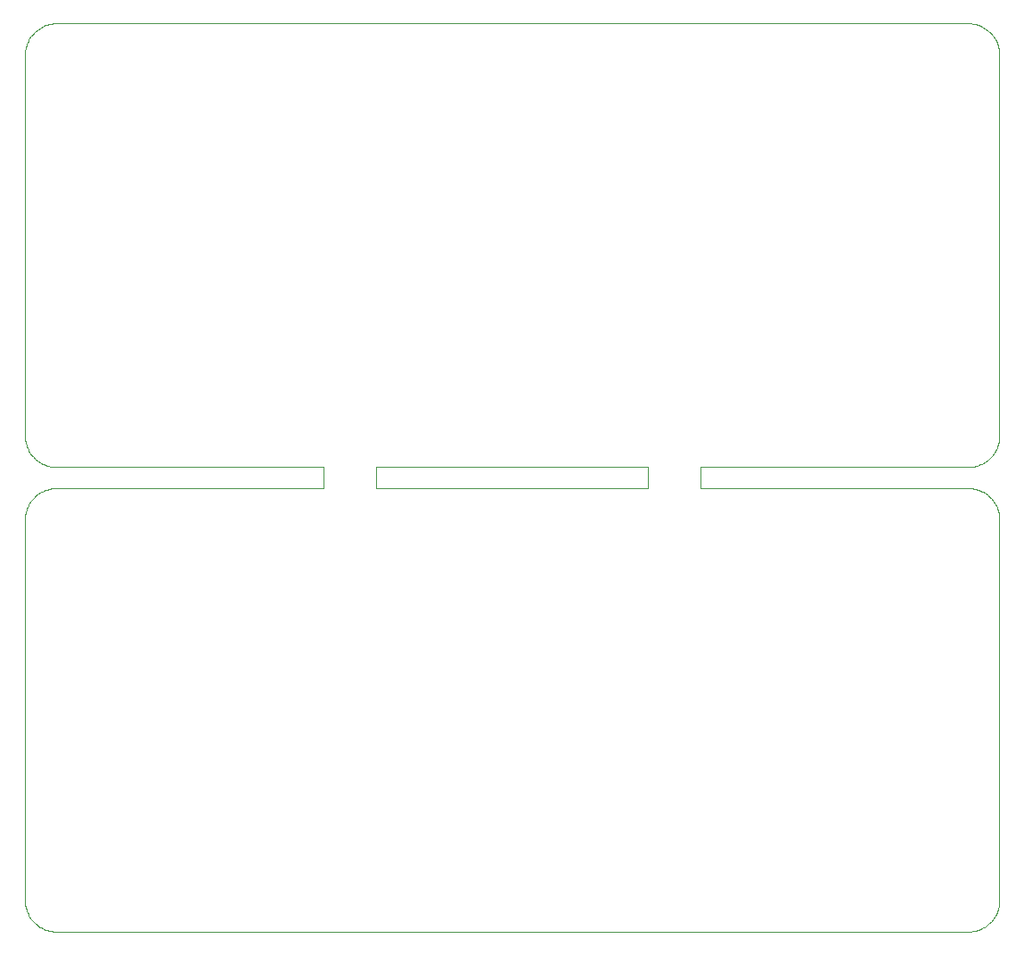
<source format=gbr>
%TF.GenerationSoftware,KiCad,Pcbnew,7.0.2*%
%TF.CreationDate,2023-08-12T01:48:42+09:00*%
%TF.ProjectId,Pmod_Matrix256,506d6f64-5f4d-4617-9472-69783235362e,rev?*%
%TF.SameCoordinates,Original*%
%TF.FileFunction,Profile,NP*%
%FSLAX46Y46*%
G04 Gerber Fmt 4.6, Leading zero omitted, Abs format (unit mm)*
G04 Created by KiCad (PCBNEW 7.0.2) date 2023-08-12 01:48:42*
%MOMM*%
%LPD*%
G01*
G04 APERTURE LIST*
%TA.AperFunction,Profile*%
%ADD10C,0.100000*%
%TD*%
G04 APERTURE END LIST*
D10*
X194776107Y-103631504D02*
X194787649Y-103479947D01*
X102746209Y-21286195D02*
X102662567Y-21413107D01*
X102836172Y-65327682D02*
X102746209Y-65450195D01*
X194067774Y-105282117D02*
X194163827Y-105164317D01*
X194163827Y-65327682D02*
X194067774Y-65209882D01*
X194163827Y-61000317D02*
X194253790Y-60877804D01*
X194484913Y-21678817D02*
X194414539Y-21544094D01*
X135569500Y-62164000D02*
X135569500Y-62164000D01*
X103141599Y-64989621D02*
X103034121Y-65097099D01*
X102243095Y-103782283D02*
X102269910Y-103931895D01*
X194548373Y-21816932D02*
X194484913Y-21678817D01*
X194730089Y-59767895D02*
X194756904Y-59618283D01*
X194756904Y-103782283D02*
X194776107Y-103631504D01*
X166430500Y-62164000D02*
X191791500Y-62164000D01*
X194776107Y-59467504D02*
X194787649Y-59315947D01*
X102585460Y-60619905D02*
X102662567Y-60750892D01*
X102836172Y-21163682D02*
X102746209Y-21286195D01*
X104456542Y-20095768D02*
X104310410Y-20137582D01*
X194163827Y-105164317D02*
X194253790Y-105041804D01*
X104025432Y-64407126D02*
X103887317Y-64470586D01*
X192095004Y-106312607D02*
X192245783Y-106293404D01*
X104166584Y-20186743D02*
X104025432Y-20243126D01*
X194653917Y-66265910D02*
X194604756Y-66122084D01*
X104025432Y-20243126D02*
X103887317Y-20306586D01*
X103372182Y-64791672D02*
X103254382Y-64887725D01*
X102515086Y-65842817D02*
X102451626Y-65980932D01*
X102208500Y-23000000D02*
X102208500Y-59164000D01*
X194791500Y-59164000D02*
X194791500Y-23000000D01*
X103141599Y-105502378D02*
X103254382Y-105604274D01*
X102836172Y-105164317D02*
X102932225Y-105282117D01*
X130569500Y-64164000D02*
X105208500Y-64164000D01*
X102208500Y-59164000D02*
X102212350Y-59315947D01*
X104166584Y-106141256D02*
X104310410Y-106190417D01*
X194604756Y-104369915D02*
X194653917Y-104226089D01*
X192689589Y-62026417D02*
X192833415Y-61977256D01*
X102304268Y-22248042D02*
X102269910Y-22396104D01*
X103752594Y-64540960D02*
X103621607Y-64618067D01*
X194791500Y-67164000D02*
X194787649Y-67012052D01*
X194695731Y-59915957D02*
X194730089Y-59767895D01*
X103494695Y-61626290D02*
X103621607Y-61709932D01*
X194337432Y-65577107D02*
X194253790Y-65450195D01*
X194776107Y-66860495D02*
X194756904Y-66709716D01*
X194756904Y-66709716D02*
X194730089Y-66560104D01*
X192095004Y-64179392D02*
X191943447Y-64167850D01*
X104904995Y-106312607D02*
X105056552Y-106324149D01*
X102223892Y-66860495D02*
X102212350Y-67012052D01*
X104904995Y-20015392D02*
X104754216Y-20034595D01*
X102662567Y-60750892D02*
X102746209Y-60877804D01*
X194163827Y-21163682D02*
X194067774Y-21045882D01*
X191943447Y-106324149D02*
X192095004Y-106312607D01*
X102346082Y-104226089D02*
X102395243Y-104369915D01*
X192095004Y-20015392D02*
X191943447Y-20003850D01*
X105208500Y-106328000D02*
X191791500Y-106328000D01*
X194414539Y-65708094D02*
X194337432Y-65577107D01*
X104754216Y-62129404D02*
X104904995Y-62148607D01*
X104604604Y-64225410D02*
X104456542Y-64259768D01*
X105056552Y-62160149D02*
X105208500Y-62164000D01*
X192245783Y-62129404D02*
X192395395Y-62102589D01*
X102932225Y-61118117D02*
X103034121Y-61230900D01*
X102269910Y-59767895D02*
X102304268Y-59915957D01*
X102346082Y-22101910D02*
X102304268Y-22248042D01*
X193505304Y-64701709D02*
X193378392Y-64618067D01*
X193745617Y-105604274D02*
X193858400Y-105502378D01*
X161430500Y-63164000D02*
X161430500Y-64164000D01*
X194787649Y-22848052D02*
X194776107Y-22696495D01*
X194791500Y-103328000D02*
X194791500Y-67164000D01*
X102746209Y-65450195D02*
X102662567Y-65577107D01*
X193627817Y-105700327D02*
X193745617Y-105604274D01*
X194337432Y-104914892D02*
X194414539Y-104783905D01*
X103254382Y-61440274D02*
X103372182Y-61536327D01*
X194253790Y-105041804D02*
X194337432Y-104914892D01*
X104754216Y-64198595D02*
X104604604Y-64225410D01*
X104754216Y-106293404D02*
X104904995Y-106312607D01*
X192833415Y-106141256D02*
X192974567Y-106084873D01*
X192395395Y-106266589D02*
X192543457Y-106232231D01*
X135569500Y-63164000D02*
X135569500Y-62164000D01*
X192543457Y-20095768D02*
X192395395Y-20061410D01*
X194776107Y-22696495D02*
X194756904Y-22545716D01*
X192689589Y-20137582D02*
X192543457Y-20095768D01*
X192689589Y-106190417D02*
X192833415Y-106141256D01*
X194548373Y-104511067D02*
X194604756Y-104369915D01*
X191943447Y-20003850D02*
X191791500Y-20000000D01*
X102346082Y-66265910D02*
X102304268Y-66412042D01*
X192974567Y-20243126D02*
X192833415Y-20186743D01*
X194791500Y-23000000D02*
X194787649Y-22848052D01*
X103494695Y-64701709D02*
X103372182Y-64791672D01*
X103372182Y-20627672D02*
X103254382Y-20723725D01*
X194604756Y-21958084D02*
X194548373Y-21816932D01*
X191791500Y-62164000D02*
X191943447Y-62160149D01*
X102223892Y-103631504D02*
X102243095Y-103782283D01*
X194414539Y-104783905D02*
X194484913Y-104649182D01*
X194653917Y-104226089D02*
X194695731Y-104079957D01*
X104604604Y-62102589D02*
X104754216Y-62129404D01*
X103141599Y-61338378D02*
X103254382Y-61440274D01*
X102395243Y-60205915D02*
X102451626Y-60347067D01*
X103254382Y-105604274D02*
X103372182Y-105700327D01*
X103621607Y-61709932D02*
X103752594Y-61787039D01*
X194484913Y-104649182D02*
X194548373Y-104511067D01*
X103254382Y-20723725D02*
X103141599Y-20825621D01*
X102223892Y-22696495D02*
X102212350Y-22848052D01*
X192833415Y-64350743D02*
X192689589Y-64301582D01*
X104904995Y-62148607D02*
X105056552Y-62160149D01*
X104166584Y-61977256D02*
X104310410Y-62026417D01*
X166430500Y-64164000D02*
X166430500Y-63164000D01*
X102243095Y-22545716D02*
X102223892Y-22696495D01*
X194730089Y-22396104D02*
X194695731Y-22248042D01*
X194756904Y-59618283D02*
X194776107Y-59467504D01*
X103254382Y-64887725D02*
X103141599Y-64989621D01*
X192974567Y-106084873D02*
X193112682Y-106021413D01*
X103887317Y-64470586D02*
X103752594Y-64540960D01*
X102451626Y-21816932D02*
X102395243Y-21958084D01*
X102212350Y-59315947D02*
X102223892Y-59467504D01*
X103494695Y-105790290D02*
X103621607Y-105873932D01*
X193627817Y-61536327D02*
X193745617Y-61440274D01*
X194548373Y-60347067D02*
X194604756Y-60205915D01*
X193378392Y-64618067D02*
X193247405Y-64540960D01*
X103372182Y-61536327D02*
X103494695Y-61626290D01*
X102395243Y-104369915D02*
X102451626Y-104511067D01*
X194695731Y-104079957D02*
X194730089Y-103931895D01*
X102746209Y-105041804D02*
X102836172Y-105164317D01*
X103494695Y-20537709D02*
X103372182Y-20627672D01*
X193627817Y-64791672D02*
X193505304Y-64701709D01*
X102662567Y-65577107D02*
X102585460Y-65708094D01*
X102585460Y-65708094D02*
X102515086Y-65842817D01*
X193247405Y-61787039D02*
X193378392Y-61709932D01*
X194787649Y-103479947D02*
X194791500Y-103328000D01*
X194604756Y-66122084D02*
X194548373Y-65980932D01*
X104904995Y-64179392D02*
X104754216Y-64198595D01*
X194604756Y-60205915D02*
X194653917Y-60062089D01*
X105056552Y-64167850D02*
X104904995Y-64179392D01*
X104310410Y-20137582D02*
X104166584Y-20186743D01*
X102932225Y-105282117D02*
X103034121Y-105394900D01*
X194067774Y-61118117D02*
X194163827Y-61000317D01*
X102208500Y-103328000D02*
X102212350Y-103479947D01*
X194414539Y-60619905D02*
X194484913Y-60485182D01*
X103752594Y-105951039D02*
X103887317Y-106021413D01*
X193112682Y-64470586D02*
X192974567Y-64407126D01*
X194067774Y-21045882D02*
X193965878Y-20933099D01*
X103621607Y-64618067D02*
X103494695Y-64701709D01*
X102395243Y-21958084D02*
X102346082Y-22101910D01*
X192395395Y-64225410D02*
X192245783Y-64198595D01*
X105056552Y-20003850D02*
X104904995Y-20015392D01*
X102662567Y-21413107D02*
X102585460Y-21544094D01*
X192833415Y-61977256D02*
X192974567Y-61920873D01*
X104604604Y-20061410D02*
X104456542Y-20095768D01*
X105208500Y-20000000D02*
X105056552Y-20003850D01*
X193627817Y-20627672D02*
X193505304Y-20537709D01*
X135569500Y-62164000D02*
X161430500Y-62164000D01*
X166430500Y-63164000D02*
X166430500Y-62164000D01*
X193858400Y-61338378D02*
X193965878Y-61230900D01*
X102304268Y-104079957D02*
X102346082Y-104226089D01*
X161430500Y-62164000D02*
X161430500Y-63164000D01*
X193745617Y-64887725D02*
X193627817Y-64791672D01*
X193378392Y-61709932D02*
X193505304Y-61626290D01*
X103621607Y-105873932D02*
X103752594Y-105951039D01*
X103621607Y-20454067D02*
X103494695Y-20537709D01*
X102746209Y-60877804D02*
X102836172Y-61000317D01*
X102243095Y-66709716D02*
X102223892Y-66860495D01*
X194653917Y-22101910D02*
X194604756Y-21958084D01*
X194484913Y-65842817D02*
X194414539Y-65708094D01*
X103141599Y-20825621D02*
X103034121Y-20933099D01*
X102304268Y-66412042D02*
X102269910Y-66560104D01*
X104166584Y-64350743D02*
X104025432Y-64407126D01*
X103887317Y-20306586D02*
X103752594Y-20376960D01*
X104604604Y-106266589D02*
X104754216Y-106293404D01*
X102212350Y-67012052D02*
X102208500Y-67164000D01*
X192245783Y-20034595D02*
X192095004Y-20015392D01*
X102585460Y-104783905D02*
X102662567Y-104914892D01*
X104456542Y-106232231D02*
X104604604Y-106266589D01*
X104456542Y-64259768D02*
X104310410Y-64301582D01*
X194337432Y-60750892D02*
X194414539Y-60619905D01*
X102212350Y-22848052D02*
X102208500Y-23000000D01*
X104310410Y-64301582D02*
X104166584Y-64350743D01*
X192543457Y-106232231D02*
X192689589Y-106190417D01*
X192095004Y-62148607D02*
X192245783Y-62129404D01*
X102451626Y-65980932D02*
X102395243Y-66122084D01*
X102212350Y-103479947D02*
X102223892Y-103631504D01*
X104025432Y-106084873D02*
X104166584Y-106141256D01*
X193965878Y-105394900D02*
X194067774Y-105282117D01*
X192245783Y-64198595D02*
X192095004Y-64179392D01*
X105056552Y-106324149D02*
X105208500Y-106328000D01*
X194337432Y-21413107D02*
X194253790Y-21286195D01*
X193378392Y-20454067D02*
X193247405Y-20376960D01*
X192395395Y-62102589D02*
X192543457Y-62068231D01*
X191791500Y-106328000D02*
X191943447Y-106324149D01*
X193505304Y-20537709D02*
X193378392Y-20454067D01*
X103034121Y-20933099D02*
X102932225Y-21045882D01*
X193745617Y-61440274D02*
X193858400Y-61338378D01*
X103887317Y-61857413D02*
X104025432Y-61920873D01*
X193965878Y-61230900D02*
X194067774Y-61118117D01*
X102243095Y-59618283D02*
X102269910Y-59767895D01*
X104310410Y-106190417D02*
X104456542Y-106232231D01*
X102269910Y-22396104D02*
X102243095Y-22545716D01*
X193378392Y-105873932D02*
X193505304Y-105790290D01*
X103752594Y-20376960D02*
X103621607Y-20454067D01*
X130569500Y-62164000D02*
X130569500Y-63164000D01*
X104310410Y-62026417D02*
X104456542Y-62068231D01*
X193745617Y-20723725D02*
X193627817Y-20627672D01*
X103887317Y-106021413D02*
X104025432Y-106084873D01*
X102932225Y-65209882D02*
X102836172Y-65327682D01*
X194787649Y-67012052D02*
X194776107Y-66860495D01*
X192395395Y-20061410D02*
X192245783Y-20034595D01*
X194653917Y-60062089D02*
X194695731Y-59915957D01*
X192689589Y-64301582D02*
X192543457Y-64259768D01*
X194548373Y-65980932D02*
X194484913Y-65842817D01*
X194253790Y-65450195D02*
X194163827Y-65327682D01*
X102304268Y-59915957D02*
X102346082Y-60062089D01*
X192543457Y-64259768D02*
X192395395Y-64225410D01*
X194787649Y-59315947D02*
X194791500Y-59164000D01*
X102451626Y-104511067D02*
X102515086Y-104649182D01*
X194253790Y-60877804D02*
X194337432Y-60750892D01*
X193858400Y-105502378D02*
X193965878Y-105394900D01*
X102515086Y-60485182D02*
X102585460Y-60619905D01*
X102269910Y-103931895D02*
X102304268Y-104079957D01*
X191791500Y-20000000D02*
X105208500Y-20000000D01*
X102269910Y-66560104D02*
X102243095Y-66709716D01*
X193247405Y-64540960D02*
X193112682Y-64470586D01*
X130569500Y-63164000D02*
X130569500Y-64164000D01*
X103034121Y-61230900D02*
X103141599Y-61338378D01*
X102932225Y-21045882D02*
X102836172Y-21163682D01*
X192245783Y-106293404D02*
X192395395Y-106266589D01*
X102662567Y-104914892D02*
X102746209Y-105041804D01*
X193505304Y-105790290D02*
X193627817Y-105700327D01*
X194730089Y-103931895D02*
X194756904Y-103782283D01*
X194695731Y-22248042D02*
X194653917Y-22101910D01*
X102515086Y-104649182D02*
X102585460Y-104783905D01*
X104754216Y-20034595D02*
X104604604Y-20061410D01*
X102208500Y-67164000D02*
X102208500Y-103328000D01*
X102451626Y-60347067D02*
X102515086Y-60485182D01*
X193965878Y-65097099D02*
X193858400Y-64989621D01*
X194730089Y-66560104D02*
X194695731Y-66412042D01*
X193112682Y-61857413D02*
X193247405Y-61787039D01*
X102836172Y-61000317D02*
X102932225Y-61118117D01*
X135569500Y-64164000D02*
X135569500Y-63164000D01*
X193112682Y-20306586D02*
X192974567Y-20243126D01*
X191943447Y-64167850D02*
X191791500Y-64164000D01*
X193505304Y-61626290D02*
X193627817Y-61536327D01*
X103752594Y-61787039D02*
X103887317Y-61857413D01*
X194756904Y-22545716D02*
X194730089Y-22396104D01*
X193247405Y-20376960D02*
X193112682Y-20306586D01*
X102346082Y-60062089D02*
X102395243Y-60205915D01*
X194695731Y-66412042D02*
X194653917Y-66265910D01*
X102395243Y-66122084D02*
X102346082Y-66265910D01*
X161430500Y-64164000D02*
X135569500Y-64164000D01*
X192974567Y-64407126D02*
X192833415Y-64350743D01*
X192833415Y-20186743D02*
X192689589Y-20137582D01*
X104025432Y-61920873D02*
X104166584Y-61977256D01*
X192543457Y-62068231D02*
X192689589Y-62026417D01*
X103034121Y-105394900D02*
X103141599Y-105502378D01*
X192974567Y-61920873D02*
X193112682Y-61857413D01*
X193858400Y-20825621D02*
X193745617Y-20723725D01*
X105208500Y-62164000D02*
X130569500Y-62164000D01*
X102515086Y-21678817D02*
X102451626Y-21816932D01*
X193858400Y-64989621D02*
X193745617Y-64887725D01*
X191791500Y-64164000D02*
X166430500Y-64164000D01*
X194253790Y-21286195D02*
X194163827Y-21163682D01*
X194067774Y-65209882D02*
X193965878Y-65097099D01*
X191943447Y-62160149D02*
X192095004Y-62148607D01*
X194414539Y-21544094D02*
X194337432Y-21413107D01*
X104456542Y-62068231D02*
X104604604Y-62102589D01*
X103034121Y-65097099D02*
X102932225Y-65209882D01*
X102223892Y-59467504D02*
X102243095Y-59618283D01*
X105208500Y-64164000D02*
X105056552Y-64167850D01*
X104754216Y-20034595D02*
X104754216Y-20034595D01*
X194484913Y-60485182D02*
X194548373Y-60347067D01*
X193112682Y-106021413D02*
X193247405Y-105951039D01*
X193965878Y-20933099D02*
X193858400Y-20825621D01*
X103372182Y-105700327D02*
X103494695Y-105790290D01*
X193247405Y-105951039D02*
X193378392Y-105873932D01*
X102585460Y-21544094D02*
X102515086Y-21678817D01*
M02*

</source>
